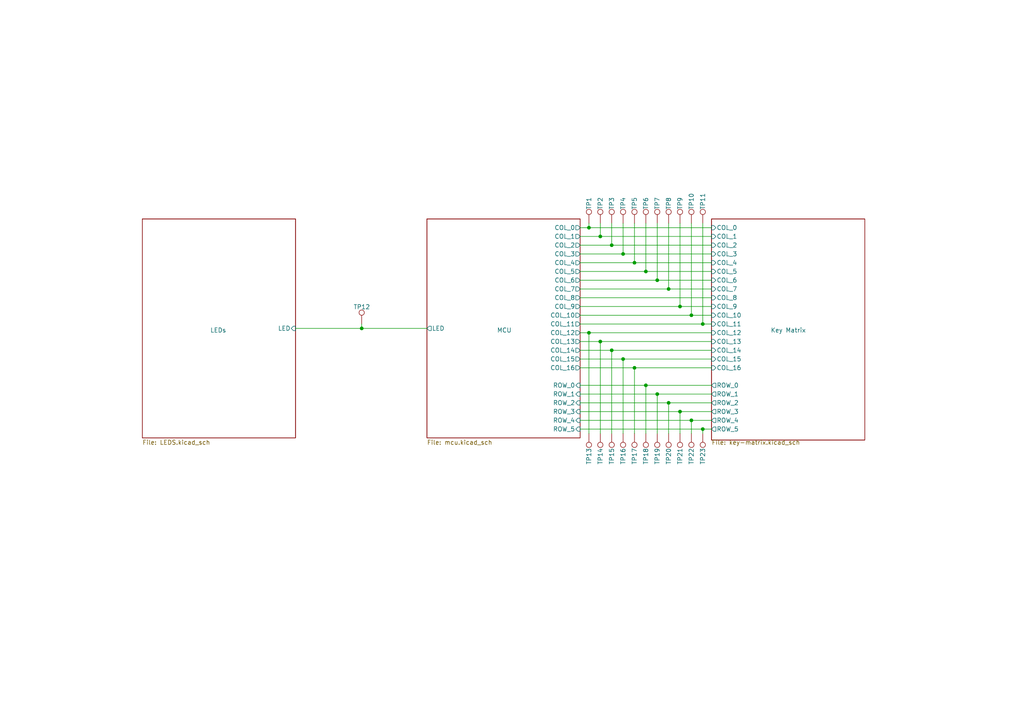
<source format=kicad_sch>
(kicad_sch (version 20211123) (generator eeschema)
  (paper "A4")
  (lib_symbols
    (symbol "Connector:TestPoint" (pin_numbers hide) (pin_names (offset 0.762) hide)
      (property "Reference" "TP" (at 0 6.858 0))
      (property "Value" "TestPoint" (at 0 5.08 0))
      (symbol "TestPoint_0_1"
        (circle (center 0 3.302) (radius 0.762))
      )
      (symbol "TestPoint_1_1"
        (pin passive line (at 0 0 90) (length 2.54) (name "1") (number "1"))
      )
    )
  )
  (junction (at 197.231 88.9))
  (junction (at 197.231 119.38))
  (junction (at 174.117 99.06))
  (junction (at 170.815 66.04))
  (junction (at 190.627 81.28))
  (junction (at 177.419 71.12))
  (junction (at 190.627 114.3))
  (junction (at 184.023 106.68))
  (junction (at 104.902 95.25))
  (junction (at 200.533 121.92))
  (junction (at 203.835 93.98))
  (junction (at 170.815 96.52))
  (junction (at 174.117 68.58))
  (junction (at 187.325 78.74))
  (junction (at 193.929 116.84))
  (junction (at 203.835 124.46))
  (junction (at 200.533 91.44))
  (junction (at 187.325 111.76))
  (junction (at 180.721 73.66))
  (junction (at 180.721 104.14))
  (junction (at 184.023 76.2))
  (junction (at 193.929 83.82))
  (junction (at 177.419 101.6))
  (wire (pts (xy 174.117 68.58) (xy 206.375 68.58)))
  (wire (pts (xy 203.835 125.73) (xy 203.835 124.46)))
  (wire (pts (xy 104.902 95.25) (xy 123.825 95.25)))
  (wire (pts (xy 193.929 116.84) (xy 206.375 116.84)))
  (wire (pts (xy 168.275 88.9) (xy 197.231 88.9)))
  (wire (pts (xy 203.835 124.46) (xy 206.375 124.46)))
  (wire (pts (xy 184.023 76.2) (xy 206.375 76.2)))
  (wire (pts (xy 197.231 119.38) (xy 197.231 125.73)))
  (wire (pts (xy 193.929 116.84) (xy 193.929 125.73)))
  (wire (pts (xy 174.117 99.06) (xy 206.375 99.06)))
  (wire (pts (xy 168.275 91.44) (xy 200.533 91.44)))
  (wire (pts (xy 85.725 95.25) (xy 104.902 95.25)))
  (wire (pts (xy 174.117 64.77) (xy 174.117 68.58)))
  (wire (pts (xy 177.419 64.77) (xy 177.419 71.12)))
  (wire (pts (xy 168.275 124.46) (xy 203.835 124.46)))
  (wire (pts (xy 170.815 64.77) (xy 170.815 66.04)))
  (wire (pts (xy 180.721 73.66) (xy 206.375 73.66)))
  (wire (pts (xy 180.721 64.77) (xy 180.721 73.66)))
  (wire (pts (xy 168.275 66.04) (xy 170.815 66.04)))
  (wire (pts (xy 184.023 106.68) (xy 206.375 106.68)))
  (wire (pts (xy 168.275 93.98) (xy 203.835 93.98)))
  (wire (pts (xy 190.627 114.3) (xy 190.627 125.73)))
  (wire (pts (xy 168.275 119.38) (xy 197.231 119.38)))
  (wire (pts (xy 168.275 101.6) (xy 177.419 101.6)))
  (wire (pts (xy 200.533 64.77) (xy 200.533 91.44)))
  (wire (pts (xy 177.419 101.6) (xy 206.375 101.6)))
  (wire (pts (xy 180.721 104.14) (xy 206.375 104.14)))
  (wire (pts (xy 197.231 88.9) (xy 206.375 88.9)))
  (wire (pts (xy 187.325 111.76) (xy 206.375 111.76)))
  (wire (pts (xy 187.325 111.76) (xy 187.325 125.73)))
  (wire (pts (xy 104.902 93.98) (xy 104.902 95.25)))
  (wire (pts (xy 200.533 121.92) (xy 200.533 125.73)))
  (wire (pts (xy 203.835 93.98) (xy 206.375 93.98)))
  (wire (pts (xy 168.275 116.84) (xy 193.929 116.84)))
  (wire (pts (xy 174.117 99.06) (xy 174.117 125.73)))
  (wire (pts (xy 200.533 91.44) (xy 206.375 91.44)))
  (wire (pts (xy 168.275 86.36) (xy 206.375 86.36)))
  (wire (pts (xy 180.721 104.14) (xy 180.721 125.73)))
  (wire (pts (xy 184.023 106.68) (xy 184.023 125.73)))
  (wire (pts (xy 190.627 64.77) (xy 190.627 81.28)))
  (wire (pts (xy 170.815 66.04) (xy 206.375 66.04)))
  (wire (pts (xy 187.325 64.77) (xy 187.325 78.74)))
  (wire (pts (xy 168.275 96.52) (xy 170.815 96.52)))
  (wire (pts (xy 203.835 64.77) (xy 203.835 93.98)))
  (wire (pts (xy 184.023 64.77) (xy 184.023 76.2)))
  (wire (pts (xy 197.231 119.38) (xy 206.375 119.38)))
  (wire (pts (xy 170.815 96.52) (xy 170.815 125.73)))
  (wire (pts (xy 168.275 99.06) (xy 174.117 99.06)))
  (wire (pts (xy 168.275 111.76) (xy 187.325 111.76)))
  (wire (pts (xy 168.275 68.58) (xy 174.117 68.58)))
  (wire (pts (xy 177.419 101.6) (xy 177.419 125.73)))
  (wire (pts (xy 168.275 121.92) (xy 200.533 121.92)))
  (wire (pts (xy 168.275 81.28) (xy 190.627 81.28)))
  (wire (pts (xy 193.929 83.82) (xy 206.375 83.82)))
  (wire (pts (xy 190.627 81.28) (xy 206.375 81.28)))
  (wire (pts (xy 193.929 64.77) (xy 193.929 83.82)))
  (wire (pts (xy 168.275 104.14) (xy 180.721 104.14)))
  (wire (pts (xy 170.815 96.52) (xy 206.375 96.52)))
  (wire (pts (xy 168.275 83.82) (xy 193.929 83.82)))
  (wire (pts (xy 168.275 78.74) (xy 187.325 78.74)))
  (wire (pts (xy 168.275 76.2) (xy 184.023 76.2)))
  (wire (pts (xy 197.231 64.77) (xy 197.231 88.9)))
  (wire (pts (xy 187.325 78.74) (xy 206.375 78.74)))
  (wire (pts (xy 190.627 114.3) (xy 206.375 114.3)))
  (wire (pts (xy 168.275 71.12) (xy 177.419 71.12)))
  (wire (pts (xy 200.533 121.92) (xy 206.375 121.92)))
  (wire (pts (xy 168.275 106.68) (xy 184.023 106.68)))
  (wire (pts (xy 168.275 73.66) (xy 180.721 73.66)))
  (wire (pts (xy 168.275 114.3) (xy 190.627 114.3)))
  (wire (pts (xy 177.419 71.12) (xy 206.375 71.12)))
  (symbol (lib_id "Connector:TestPoint") (at 184.023 64.77 0) (unit 1)
    (property "Reference" "TP5" (at 184.023 60.833 90) (effects (justify left)))
    (property "Value" "TestPoint" (effects hide))
    (property "Footprint" "TestPoint:TestPoint_THTPad_D1.0mm_Drill0.5mm" (effects hide))
  )
  (symbol (lib_id "Connector:TestPoint") (at 197.231 64.77 0) (unit 1)
    (property "Reference" "TP9" (at 197.231 60.833 90) (effects (justify left)))
    (property "Value" "TestPoint" (effects hide))
    (property "Footprint" "TestPoint:TestPoint_THTPad_D1.0mm_Drill0.5mm" (effects hide))
  )
  (symbol (lib_id "Connector:TestPoint") (at 104.902 93.98 0) (unit 1)
    (property "Reference" "TP12" (at 102.489 89.027 0) (effects (justify left)))
    (property "Value" "TestPoint" (effects hide))
    (property "Footprint" "TestPoint:TestPoint_THTPad_D1.0mm_Drill0.5mm" (effects hide))
  )
  (symbol (lib_id "Connector:TestPoint") (at 184.023 125.73 180) (unit 1)
    (property "Reference" "TP17" (at 184.023 129.921 90) (effects (justify left)))
    (property "Value" "TestPoint" (effects hide))
    (property "Footprint" "TestPoint:TestPoint_THTPad_D1.0mm_Drill0.5mm" (effects hide))
  )
  (symbol (lib_id "Connector:TestPoint") (at 200.533 125.73 180) (unit 1)
    (property "Reference" "TP22" (at 200.533 129.921 90) (effects (justify left)))
    (property "Value" "TestPoint" (effects hide))
    (property "Footprint" "TestPoint:TestPoint_THTPad_D1.0mm_Drill0.5mm" (effects hide))
  )
  (symbol (lib_id "Connector:TestPoint") (at 197.231 125.73 180) (unit 1)
    (property "Reference" "TP21" (at 197.231 129.921 90) (effects (justify left)))
    (property "Value" "TestPoint" (effects hide))
    (property "Footprint" "TestPoint:TestPoint_THTPad_D1.0mm_Drill0.5mm" (effects hide))
  )
  (symbol (lib_id "Connector:TestPoint") (at 170.815 125.73 180) (unit 1)
    (property "Reference" "TP13" (at 170.815 129.921 90) (effects (justify left)))
    (property "Value" "TestPoint" (effects hide))
    (property "Footprint" "TestPoint:TestPoint_THTPad_D1.0mm_Drill0.5mm" (effects hide))
  )
  (symbol (lib_id "Connector:TestPoint") (at 177.419 64.77 0) (unit 1)
    (property "Reference" "TP3" (at 177.419 60.833 90) (effects (justify left)))
    (property "Value" "TestPoint" (effects hide))
    (property "Footprint" "TestPoint:TestPoint_THTPad_D1.0mm_Drill0.5mm" (effects hide))
  )
  (symbol (lib_id "Connector:TestPoint") (at 187.325 64.77 0) (unit 1)
    (property "Reference" "TP6" (at 187.325 60.833 90) (effects (justify left)))
    (property "Value" "TestPoint" (effects hide))
    (property "Footprint" "TestPoint:TestPoint_THTPad_D1.0mm_Drill0.5mm" (effects hide))
  )
  (symbol (lib_id "Connector:TestPoint") (at 187.325 125.73 180) (unit 1)
    (property "Reference" "TP18" (at 187.325 129.921 90) (effects (justify left)))
    (property "Value" "TestPoint" (effects hide))
    (property "Footprint" "TestPoint:TestPoint_THTPad_D1.0mm_Drill0.5mm" (effects hide))
  )
  (symbol (lib_id "Connector:TestPoint") (at 200.533 64.77 0) (unit 1)
    (property "Reference" "TP10" (at 200.533 60.833 90) (effects (justify left)))
    (property "Value" "TestPoint" (effects hide))
    (property "Footprint" "TestPoint:TestPoint_THTPad_D1.0mm_Drill0.5mm" (effects hide))
  )
  (symbol (lib_id "Connector:TestPoint") (at 170.815 64.77 0) (unit 1)
    (property "Reference" "TP1" (at 170.815 60.833 90) (effects (justify left)))
    (property "Value" "TestPoint" (effects hide))
    (property "Footprint" "TestPoint:TestPoint_THTPad_D1.0mm_Drill0.5mm" (effects hide))
  )
  (symbol (lib_id "Connector:TestPoint") (at 193.929 64.77 0) (unit 1)
    (property "Reference" "TP8" (at 193.929 60.833 90) (effects (justify left)))
    (property "Value" "TestPoint" (effects hide))
    (property "Footprint" "TestPoint:TestPoint_THTPad_D1.0mm_Drill0.5mm" (effects hide))
  )
  (symbol (lib_id "Connector:TestPoint") (at 193.929 125.73 180) (unit 1)
    (property "Reference" "TP20" (at 193.929 129.921 90) (effects (justify left)))
    (property "Value" "TestPoint" (effects hide))
    (property "Footprint" "TestPoint:TestPoint_THTPad_D1.0mm_Drill0.5mm" (effects hide))
  )
  (symbol (lib_id "Connector:TestPoint") (at 174.117 64.77 0) (unit 1)
    (property "Reference" "TP2" (at 174.117 60.833 90) (effects (justify left)))
    (property "Value" "TestPoint" (effects hide))
    (property "Footprint" "TestPoint:TestPoint_THTPad_D1.0mm_Drill0.5mm" (effects hide))
  )
  (symbol (lib_id "Connector:TestPoint") (at 203.835 64.77 0) (unit 1)
    (property "Reference" "TP11" (at 203.835 60.833 90) (effects (justify left)))
    (property "Value" "TestPoint" (effects hide))
    (property "Footprint" "TestPoint:TestPoint_THTPad_D1.0mm_Drill0.5mm" (effects hide))
  )
  (symbol (lib_id "Connector:TestPoint") (at 174.117 125.73 180) (unit 1)
    (property "Reference" "TP14" (at 174.117 129.921 90) (effects (justify left)))
    (property "Value" "TestPoint" (effects hide))
    (property "Footprint" "TestPoint:TestPoint_THTPad_D1.0mm_Drill0.5mm" (effects hide))
  )
  (symbol (lib_id "Connector:TestPoint") (at 177.419 125.73 180) (unit 1)
    (property "Reference" "TP15" (at 177.419 129.921 90) (effects (justify left)))
    (property "Value" "TestPoint" (effects hide))
    (property "Footprint" "TestPoint:TestPoint_THTPad_D1.0mm_Drill0.5mm" (effects hide))
  )
  (symbol (lib_id "Connector:TestPoint") (at 180.721 125.73 180) (unit 1)
    (property "Reference" "TP16" (at 180.721 129.921 90) (effects (justify left)))
    (property "Value" "TestPoint" (effects hide))
    (property "Footprint" "TestPoint:TestPoint_THTPad_D1.0mm_Drill0.5mm" (effects hide))
  )
  (symbol (lib_id "Connector:TestPoint") (at 203.835 125.73 180) (unit 1)
    (property "Reference" "TP23" (at 203.835 129.921 90) (effects (justify left)))
    (property "Value" "TestPoint" (effects hide))
    (property "Footprint" "TestPoint:TestPoint_THTPad_D1.0mm_Drill0.5mm" (effects hide))
  )
  (symbol (lib_id "Connector:TestPoint") (at 190.627 125.73 180) (unit 1)
    (property "Reference" "TP19" (at 190.627 129.921 90) (effects (justify left)))
    (property "Value" "TestPoint" (effects hide))
    (property "Footprint" "TestPoint:TestPoint_THTPad_D1.0mm_Drill0.5mm" (effects hide))
  )
  (symbol (lib_id "Connector:TestPoint") (at 190.627 64.77 0) (unit 1)
    (property "Reference" "TP7" (at 190.627 60.833 90) (effects (justify left)))
    (property "Value" "TestPoint" (effects hide))
    (property "Footprint" "TestPoint:TestPoint_THTPad_D1.0mm_Drill0.5mm" (effects hide))
  )
  (symbol (lib_id "Connector:TestPoint") (at 180.721 64.77 0) (unit 1)
    (property "Reference" "TP4" (at 180.721 60.833 90) (effects (justify left)))
    (property "Value" "TestPoint" (effects hide))
    (property "Footprint" "TestPoint:TestPoint_THTPad_D1.0mm_Drill0.5mm" (effects hide))
  )
  (sheet (at 41.275 63.5) (size 44.45 63.5) (stroke (width 0.1524))
    (property "Sheet name" "LEDs" (at 60.96 96.52 0) (effects (justify left bottom)))
    (property "Sheet file" "LEDS.kicad_sch" (at 41.275 127.5846 0) (effects (justify left top)))
    (pin "LED" input (at 85.725 95.25 0))
  )
  (sheet (at 123.825 63.5) (size 44.45 63.5) (stroke (width 0.1524))
    (property "Sheet name" "MCU" (at 144.145 96.52 0) (effects (justify left bottom)))
    (property "Sheet file" "mcu.kicad_sch" (at 123.825 127.5846 0) (effects (justify left top)))
    (pin "COL_16" output (at 168.275 106.68 0))
    (pin "COL_15" output (at 168.275 104.14 0))
    (pin "ROW_0" input (at 168.275 111.76 0))
    (pin "COL_5" output (at 168.275 78.74 0))
    (pin "COL_12" output (at 168.275 96.52 0))
    (pin "COL_13" output (at 168.275 99.06 0))
    (pin "COL_14" output (at 168.275 101.6 0))
    (pin "COL_2" output (at 168.275 71.12 0))
    (pin "COL_4" output (at 168.275 76.2 0))
    (pin "COL_3" output (at 168.275 73.66 0))
    (pin "COL_11" output (at 168.275 93.98 0))
    (pin "COL_7" output (at 168.275 83.82 0))
    (pin "COL_6" output (at 168.275 81.28 0))
    (pin "COL_8" output (at 168.275 86.36 0))
    (pin "COL_9" output (at 168.275 88.9 0))
    (pin "COL_10" output (at 168.275 91.44 0))
    (pin "ROW_5" input (at 168.275 124.46 0))
    (pin "COL_1" output (at 168.275 68.58 0))
    (pin "COL_0" output (at 168.275 66.04 0))
    (pin "ROW_1" input (at 168.275 114.3 0))
    (pin "ROW_2" input (at 168.275 116.84 0))
    (pin "ROW_3" input (at 168.275 119.38 0))
    (pin "ROW_4" input (at 168.275 121.92 0))
    (pin "LED" output (at 123.825 95.25 180))
  )
  (sheet (at 206.375 63.5) (size 44.45 64.135) (stroke (width 0.1524))
    (property "Sheet name" "Key Matrix" (at 223.52 96.52 0) (effects (justify left bottom)))
    (property "Sheet file" "key-matrix.kicad_sch" (at 206.375 127.5846 0) (effects (justify left top)))
    (pin "COL_9" input (at 206.375 88.9 180))
    (pin "COL_10" input (at 206.375 91.44 180))
    (pin "COL_7" input (at 206.375 83.82 180))
    (pin "COL_6" input (at 206.375 81.28 180))
    (pin "COL_8" input (at 206.375 86.36 180))
    (pin "COL_0" input (at 206.375 66.04 180))
    (pin "COL_1" input (at 206.375 68.58 180))
    (pin "ROW_0" output (at 206.375 111.76 180))
    (pin "ROW_1" output (at 206.375 114.3 180))
    (pin "COL_5" input (at 206.375 78.74 180))
    (pin "COL_2" input (at 206.375 71.12 180))
    (pin "COL_4" input (at 206.375 76.2 180))
    (pin "COL_3" input (at 206.375 73.66 180))
    (pin "COL_14" input (at 206.375 101.6 180))
    (pin "COL_11" input (at 206.375 93.98 180))
    (pin "COL_12" input (at 206.375 96.52 180))
    (pin "COL_13" input (at 206.375 99.06 180))
    (pin "COL_16" input (at 206.375 106.68 180))
    (pin "COL_15" input (at 206.375 104.14 180))
    (pin "ROW_2" output (at 206.375 116.84 180))
    (pin "ROW_3" output (at 206.375 119.38 180))
    (pin "ROW_4" output (at 206.375 121.92 180))
    (pin "ROW_5" output (at 206.375 124.46 180))
  )
)
</source>
